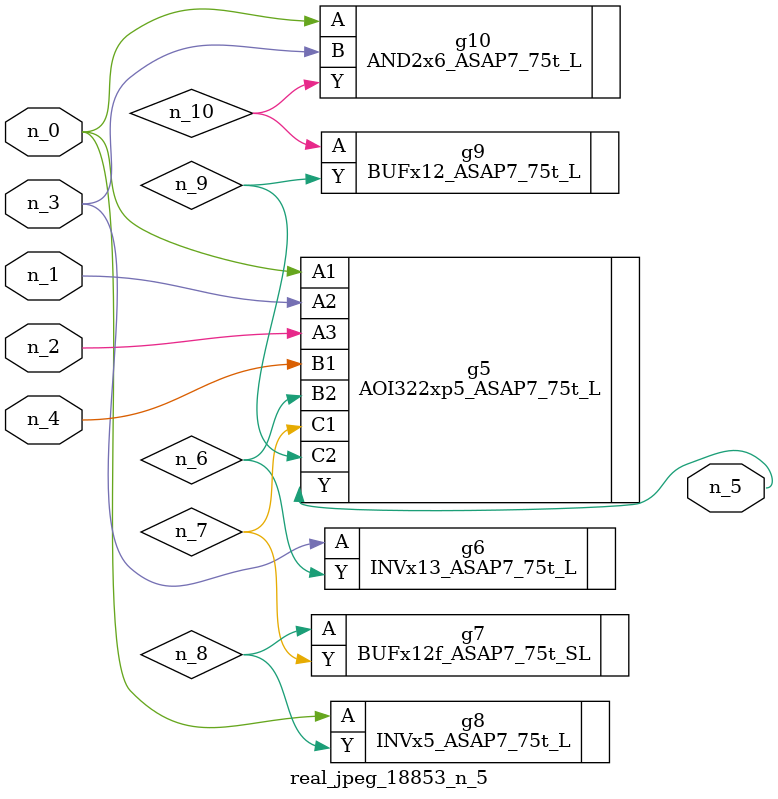
<source format=v>
module real_jpeg_18853_n_5 (n_4, n_0, n_1, n_2, n_3, n_5);

input n_4;
input n_0;
input n_1;
input n_2;
input n_3;

output n_5;

wire n_8;
wire n_6;
wire n_7;
wire n_10;
wire n_9;

AOI322xp5_ASAP7_75t_L g5 ( 
.A1(n_0),
.A2(n_1),
.A3(n_2),
.B1(n_4),
.B2(n_6),
.C1(n_7),
.C2(n_9),
.Y(n_5)
);

INVx5_ASAP7_75t_L g8 ( 
.A(n_0),
.Y(n_8)
);

AND2x6_ASAP7_75t_L g10 ( 
.A(n_0),
.B(n_3),
.Y(n_10)
);

INVx13_ASAP7_75t_L g6 ( 
.A(n_3),
.Y(n_6)
);

BUFx12f_ASAP7_75t_SL g7 ( 
.A(n_8),
.Y(n_7)
);

BUFx12_ASAP7_75t_L g9 ( 
.A(n_10),
.Y(n_9)
);


endmodule
</source>
